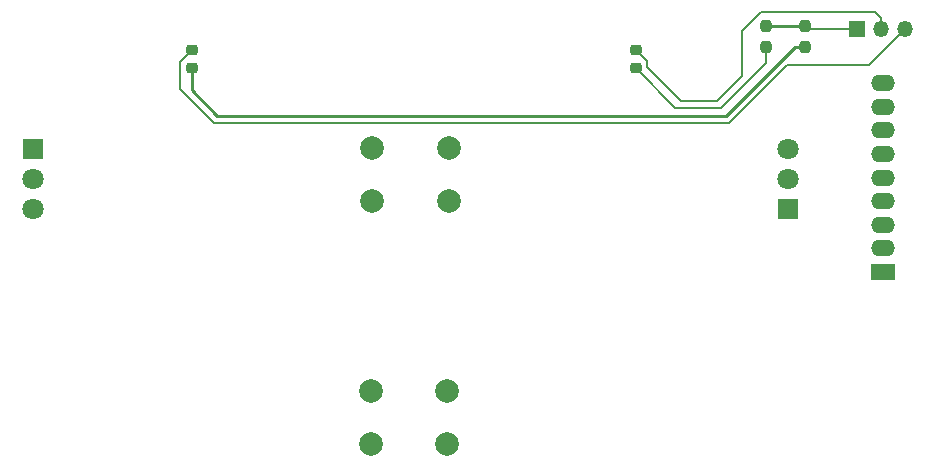
<source format=gbr>
%TF.GenerationSoftware,KiCad,Pcbnew,8.0.3*%
%TF.CreationDate,2024-07-05T17:04:29+01:00*%
%TF.ProjectId,XBox button board,58426f78-2062-4757-9474-6f6e20626f61,rev?*%
%TF.SameCoordinates,Original*%
%TF.FileFunction,Copper,L1,Top*%
%TF.FilePolarity,Positive*%
%FSLAX46Y46*%
G04 Gerber Fmt 4.6, Leading zero omitted, Abs format (unit mm)*
G04 Created by KiCad (PCBNEW 8.0.3) date 2024-07-05 17:04:29*
%MOMM*%
%LPD*%
G01*
G04 APERTURE LIST*
G04 Aperture macros list*
%AMRoundRect*
0 Rectangle with rounded corners*
0 $1 Rounding radius*
0 $2 $3 $4 $5 $6 $7 $8 $9 X,Y pos of 4 corners*
0 Add a 4 corners polygon primitive as box body*
4,1,4,$2,$3,$4,$5,$6,$7,$8,$9,$2,$3,0*
0 Add four circle primitives for the rounded corners*
1,1,$1+$1,$2,$3*
1,1,$1+$1,$4,$5*
1,1,$1+$1,$6,$7*
1,1,$1+$1,$8,$9*
0 Add four rect primitives between the rounded corners*
20,1,$1+$1,$2,$3,$4,$5,0*
20,1,$1+$1,$4,$5,$6,$7,0*
20,1,$1+$1,$6,$7,$8,$9,0*
20,1,$1+$1,$8,$9,$2,$3,0*%
G04 Aperture macros list end*
%TA.AperFunction,ComponentPad*%
%ADD10C,2.000000*%
%TD*%
%TA.AperFunction,SMDPad,CuDef*%
%ADD11RoundRect,0.237500X-0.237500X0.250000X-0.237500X-0.250000X0.237500X-0.250000X0.237500X0.250000X0*%
%TD*%
%TA.AperFunction,ComponentPad*%
%ADD12R,1.800000X1.800000*%
%TD*%
%TA.AperFunction,ComponentPad*%
%ADD13C,1.800000*%
%TD*%
%TA.AperFunction,ComponentPad*%
%ADD14R,1.350000X1.350000*%
%TD*%
%TA.AperFunction,ComponentPad*%
%ADD15O,1.350000X1.350000*%
%TD*%
%TA.AperFunction,SMDPad,CuDef*%
%ADD16RoundRect,0.218750X-0.256250X0.218750X-0.256250X-0.218750X0.256250X-0.218750X0.256250X0.218750X0*%
%TD*%
%TA.AperFunction,ComponentPad*%
%ADD17R,2.000000X1.400000*%
%TD*%
%TA.AperFunction,ComponentPad*%
%ADD18O,2.000000X1.400000*%
%TD*%
%TA.AperFunction,Conductor*%
%ADD19C,0.200000*%
%TD*%
%TA.AperFunction,Conductor*%
%ADD20C,0.250000*%
%TD*%
G04 APERTURE END LIST*
D10*
%TO.P,EJECT,1,1*%
%TO.N,GND*%
X147510830Y-94700000D03*
X141010830Y-94700000D03*
%TO.P,EJECT,2,2*%
%TO.N,Net-(J1-Pin_4)*%
X147510830Y-90200000D03*
X141010830Y-90200000D03*
%TD*%
D11*
%TO.P,R1,1*%
%TO.N,Net-(J2-Pin_1)*%
X174412274Y-79815286D03*
%TO.P,R1,2*%
%TO.N,Net-(HDD_LED1-A)*%
X174412274Y-81640286D03*
%TD*%
D12*
%TO.P,D1,1,A1*%
%TO.N,Net-(D1-A1)*%
X112308830Y-90279000D03*
D13*
%TO.P,D1,2,K*%
%TO.N,GND*%
X112308830Y-92819000D03*
%TO.P,D1,3,A2*%
%TO.N,Net-(D1-A2)*%
X112308830Y-95359000D03*
%TD*%
D14*
%TO.P,J2,1,Pin_1*%
%TO.N,Net-(J2-Pin_1)*%
X182110830Y-80100000D03*
D15*
%TO.P,J2,2,Pin_2*%
%TO.N,Net-(HDD_LED1-C)*%
X184110830Y-80100000D03*
%TO.P,J2,3,Pin_3*%
%TO.N,Net-(J2-Pin_3)*%
X186110830Y-80100000D03*
%TD*%
D16*
%TO.P,HDD_LED1,1,C*%
%TO.N,Net-(HDD_LED1-C)*%
X163353210Y-81867170D03*
%TO.P,HDD_LED1,2,A*%
%TO.N,Net-(HDD_LED1-A)*%
X163353210Y-83442170D03*
%TD*%
D17*
%TO.P,J1,1,Pin_1*%
%TO.N,GND*%
X184317830Y-100693000D03*
D18*
%TO.P,J1,2,Pin_2*%
%TO.N,Net-(J1-Pin_2)*%
X184317830Y-98693000D03*
%TO.P,J1,3,Pin_3*%
%TO.N,GND*%
X184317830Y-96693000D03*
%TO.P,J1,4,Pin_4*%
%TO.N,Net-(J1-Pin_4)*%
X184317830Y-94693000D03*
%TO.P,J1,5,Pin_5*%
%TO.N,Net-(D1-A1)*%
X184317830Y-92693000D03*
%TO.P,J1,6,Pin_6*%
%TO.N,Net-(D1-A2)*%
X184317830Y-90693000D03*
%TO.P,J1,7,Pin_7*%
%TO.N,Net-(D2-A2)*%
X184317830Y-88693000D03*
%TO.P,J1,8,Pin_8*%
%TO.N,Net-(D2-A1)*%
X184317830Y-86693000D03*
%TO.P,J1,9,Pin_9*%
%TO.N,unconnected-(J1-Pin_9-Pad9)*%
X184317830Y-84693000D03*
%TD*%
D10*
%TO.P,POWER,1,1*%
%TO.N,GND*%
X140910830Y-110750000D03*
X147410830Y-110750000D03*
%TO.P,POWER,2,2*%
%TO.N,Net-(J1-Pin_2)*%
X140910830Y-115250000D03*
X147410830Y-115250000D03*
%TD*%
D16*
%TO.P,LAN_LED1,1,C*%
%TO.N,Net-(J2-Pin_3)*%
X125766810Y-81862500D03*
%TO.P,LAN_LED1,2,A*%
%TO.N,Net-(LAN_LED1-A)*%
X125766810Y-83437500D03*
%TD*%
D12*
%TO.P,D2,1,A1*%
%TO.N,Net-(D2-A1)*%
X176250000Y-95330000D03*
D13*
%TO.P,D2,2,K*%
%TO.N,GND*%
X176250000Y-92790000D03*
%TO.P,D2,3,A2*%
%TO.N,Net-(D2-A2)*%
X176250000Y-90250000D03*
%TD*%
D11*
%TO.P,R2,1*%
%TO.N,Net-(J2-Pin_1)*%
X177715164Y-79813928D03*
%TO.P,R2,2*%
%TO.N,Net-(LAN_LED1-A)*%
X177715164Y-81638928D03*
%TD*%
D19*
%TO.N,Net-(J2-Pin_1)*%
X182110830Y-80100000D02*
X178001236Y-80100000D01*
X178001236Y-80100000D02*
X177715164Y-79813928D01*
D20*
X177715164Y-79813928D02*
X174413632Y-79813928D01*
X174413632Y-79813928D02*
X174412274Y-79815286D01*
D19*
%TO.N,Net-(HDD_LED1-C)*%
X184110830Y-79145406D02*
X183615424Y-78650000D01*
X164328210Y-82842170D02*
X163353210Y-81867170D01*
X164328210Y-83300000D02*
X164328210Y-82842170D01*
X170206571Y-86176709D02*
X167204919Y-86176709D01*
X183615424Y-78650000D02*
X173994830Y-78650000D01*
X172327830Y-80317000D02*
X173994830Y-78650000D01*
X172327830Y-84055450D02*
X170206571Y-86176709D01*
X172327830Y-80317000D02*
X172327830Y-84055450D01*
X184110830Y-80100000D02*
X184110830Y-79145406D01*
X167204919Y-86176709D02*
X164328210Y-83300000D01*
%TO.N,Net-(HDD_LED1-A)*%
X174412274Y-81640286D02*
X174412274Y-82997084D01*
X170582565Y-86826793D02*
X166687833Y-86826793D01*
X166687833Y-86776793D02*
X163353210Y-83442170D01*
X166687833Y-86826793D02*
X166687833Y-86776793D01*
X174412274Y-82997084D02*
X170582565Y-86826793D01*
D20*
%TO.N,Net-(LAN_LED1-A)*%
X176795853Y-81638928D02*
X171147805Y-87286975D01*
X177715164Y-81638928D02*
X176795853Y-81638928D01*
X129425123Y-87451793D02*
X129423330Y-87450000D01*
X127910830Y-87450000D02*
X125766810Y-85305980D01*
X125766810Y-85305980D02*
X125766810Y-83437500D01*
X171066856Y-87367925D02*
X170982988Y-87451793D01*
X129423330Y-87450000D02*
X127910830Y-87450000D01*
X170982988Y-87451793D02*
X129425123Y-87451793D01*
X171147805Y-87286975D02*
X171066856Y-87367925D01*
D19*
%TO.N,Net-(J2-Pin_3)*%
X183060830Y-83150000D02*
X176168665Y-83150000D01*
X176168665Y-83150000D02*
X171241872Y-88076793D01*
X124760830Y-82868480D02*
X125766810Y-81862500D01*
X186110830Y-80100000D02*
X183060830Y-83150000D01*
X171241872Y-88076793D02*
X127653739Y-88076793D01*
X124760830Y-85183884D02*
X124760830Y-82868480D01*
X127653739Y-88076793D02*
X124760830Y-85183884D01*
%TD*%
M02*

</source>
